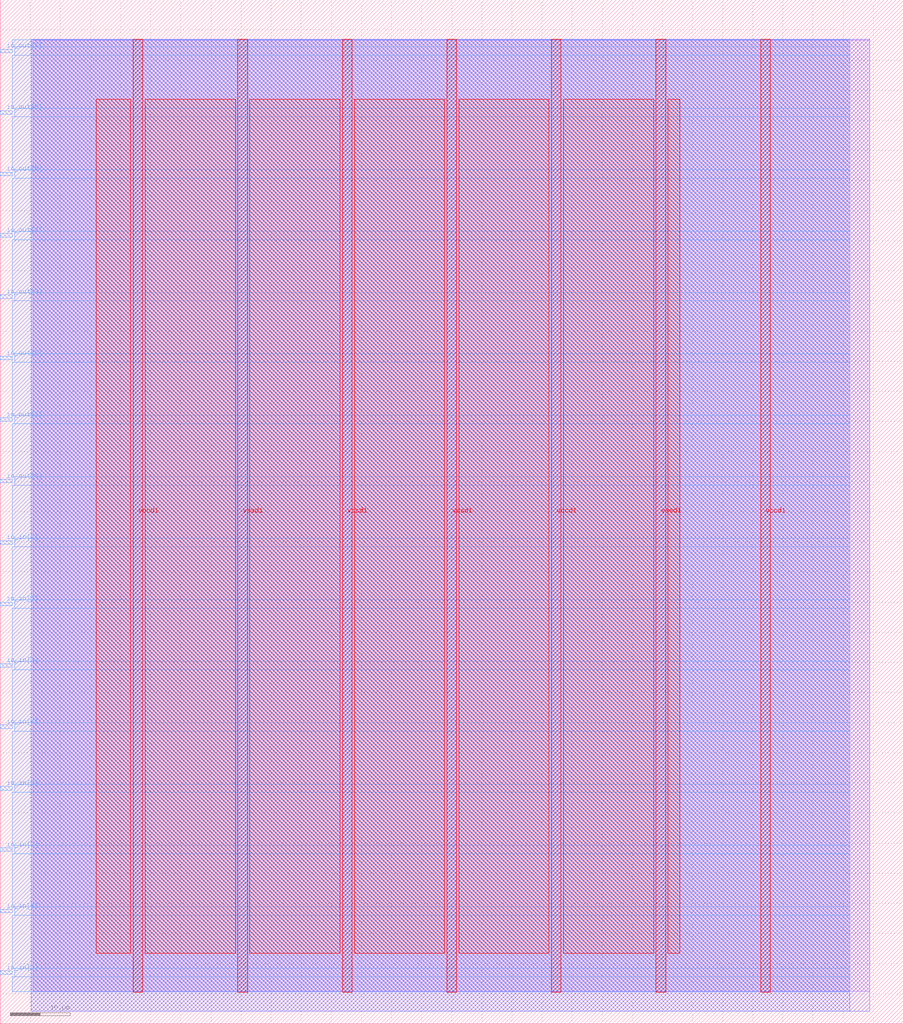
<source format=lef>
VERSION 5.7 ;
  NOWIREEXTENSIONATPIN ON ;
  DIVIDERCHAR "/" ;
  BUSBITCHARS "[]" ;
MACRO adamgreig_tt02_adc_dac
  CLASS BLOCK ;
  FOREIGN adamgreig_tt02_adc_dac ;
  ORIGIN 0.000 0.000 ;
  SIZE 150.000 BY 170.000 ;
  PIN io_in[0]
    DIRECTION INPUT ;
    USE SIGNAL ;
    PORT
      LAYER met3 ;
        RECT 0.000 8.200 2.000 8.800 ;
    END
  END io_in[0]
  PIN io_in[1]
    DIRECTION INPUT ;
    USE SIGNAL ;
    PORT
      LAYER met3 ;
        RECT 0.000 18.400 2.000 19.000 ;
    END
  END io_in[1]
  PIN io_in[2]
    DIRECTION INPUT ;
    USE SIGNAL ;
    PORT
      LAYER met3 ;
        RECT 0.000 28.600 2.000 29.200 ;
    END
  END io_in[2]
  PIN io_in[3]
    DIRECTION INPUT ;
    USE SIGNAL ;
    PORT
      LAYER met3 ;
        RECT 0.000 38.800 2.000 39.400 ;
    END
  END io_in[3]
  PIN io_in[4]
    DIRECTION INPUT ;
    USE SIGNAL ;
    PORT
      LAYER met3 ;
        RECT 0.000 49.000 2.000 49.600 ;
    END
  END io_in[4]
  PIN io_in[5]
    DIRECTION INPUT ;
    USE SIGNAL ;
    PORT
      LAYER met3 ;
        RECT 0.000 59.200 2.000 59.800 ;
    END
  END io_in[5]
  PIN io_in[6]
    DIRECTION INPUT ;
    USE SIGNAL ;
    PORT
      LAYER met3 ;
        RECT 0.000 69.400 2.000 70.000 ;
    END
  END io_in[6]
  PIN io_in[7]
    DIRECTION INPUT ;
    USE SIGNAL ;
    PORT
      LAYER met3 ;
        RECT 0.000 79.600 2.000 80.200 ;
    END
  END io_in[7]
  PIN io_out[0]
    DIRECTION OUTPUT TRISTATE ;
    USE SIGNAL ;
    PORT
      LAYER met3 ;
        RECT 0.000 89.800 2.000 90.400 ;
    END
  END io_out[0]
  PIN io_out[1]
    DIRECTION OUTPUT TRISTATE ;
    USE SIGNAL ;
    PORT
      LAYER met3 ;
        RECT 0.000 100.000 2.000 100.600 ;
    END
  END io_out[1]
  PIN io_out[2]
    DIRECTION OUTPUT TRISTATE ;
    USE SIGNAL ;
    PORT
      LAYER met3 ;
        RECT 0.000 110.200 2.000 110.800 ;
    END
  END io_out[2]
  PIN io_out[3]
    DIRECTION OUTPUT TRISTATE ;
    USE SIGNAL ;
    PORT
      LAYER met3 ;
        RECT 0.000 120.400 2.000 121.000 ;
    END
  END io_out[3]
  PIN io_out[4]
    DIRECTION OUTPUT TRISTATE ;
    USE SIGNAL ;
    PORT
      LAYER met3 ;
        RECT 0.000 130.600 2.000 131.200 ;
    END
  END io_out[4]
  PIN io_out[5]
    DIRECTION OUTPUT TRISTATE ;
    USE SIGNAL ;
    PORT
      LAYER met3 ;
        RECT 0.000 140.800 2.000 141.400 ;
    END
  END io_out[5]
  PIN io_out[6]
    DIRECTION OUTPUT TRISTATE ;
    USE SIGNAL ;
    PORT
      LAYER met3 ;
        RECT 0.000 151.000 2.000 151.600 ;
    END
  END io_out[6]
  PIN io_out[7]
    DIRECTION OUTPUT TRISTATE ;
    USE SIGNAL ;
    PORT
      LAYER met3 ;
        RECT 0.000 161.200 2.000 161.800 ;
    END
  END io_out[7]
  PIN vccd1
    DIRECTION INOUT ;
    USE POWER ;
    PORT
      LAYER met4 ;
        RECT 22.090 5.200 23.690 163.440 ;
    END
    PORT
      LAYER met4 ;
        RECT 56.830 5.200 58.430 163.440 ;
    END
    PORT
      LAYER met4 ;
        RECT 91.570 5.200 93.170 163.440 ;
    END
    PORT
      LAYER met4 ;
        RECT 126.310 5.200 127.910 163.440 ;
    END
  END vccd1
  PIN vssd1
    DIRECTION INOUT ;
    USE GROUND ;
    PORT
      LAYER met4 ;
        RECT 39.460 5.200 41.060 163.440 ;
    END
    PORT
      LAYER met4 ;
        RECT 74.200 5.200 75.800 163.440 ;
    END
    PORT
      LAYER met4 ;
        RECT 108.940 5.200 110.540 163.440 ;
    END
  END vssd1
  OBS
      LAYER li1 ;
        RECT 5.520 5.355 144.440 163.285 ;
      LAYER met1 ;
        RECT 5.130 2.080 144.440 163.440 ;
      LAYER met2 ;
        RECT 5.160 2.050 141.130 163.385 ;
      LAYER met3 ;
        RECT 2.000 162.200 141.155 163.365 ;
        RECT 2.400 160.800 141.155 162.200 ;
        RECT 2.000 152.000 141.155 160.800 ;
        RECT 2.400 150.600 141.155 152.000 ;
        RECT 2.000 141.800 141.155 150.600 ;
        RECT 2.400 140.400 141.155 141.800 ;
        RECT 2.000 131.600 141.155 140.400 ;
        RECT 2.400 130.200 141.155 131.600 ;
        RECT 2.000 121.400 141.155 130.200 ;
        RECT 2.400 120.000 141.155 121.400 ;
        RECT 2.000 111.200 141.155 120.000 ;
        RECT 2.400 109.800 141.155 111.200 ;
        RECT 2.000 101.000 141.155 109.800 ;
        RECT 2.400 99.600 141.155 101.000 ;
        RECT 2.000 90.800 141.155 99.600 ;
        RECT 2.400 89.400 141.155 90.800 ;
        RECT 2.000 80.600 141.155 89.400 ;
        RECT 2.400 79.200 141.155 80.600 ;
        RECT 2.000 70.400 141.155 79.200 ;
        RECT 2.400 69.000 141.155 70.400 ;
        RECT 2.000 60.200 141.155 69.000 ;
        RECT 2.400 58.800 141.155 60.200 ;
        RECT 2.000 50.000 141.155 58.800 ;
        RECT 2.400 48.600 141.155 50.000 ;
        RECT 2.000 39.800 141.155 48.600 ;
        RECT 2.400 38.400 141.155 39.800 ;
        RECT 2.000 29.600 141.155 38.400 ;
        RECT 2.400 28.200 141.155 29.600 ;
        RECT 2.000 19.400 141.155 28.200 ;
        RECT 2.400 18.000 141.155 19.400 ;
        RECT 2.000 9.200 141.155 18.000 ;
        RECT 2.400 7.800 141.155 9.200 ;
        RECT 2.000 5.275 141.155 7.800 ;
      LAYER met4 ;
        RECT 15.935 11.735 21.690 153.505 ;
        RECT 24.090 11.735 39.060 153.505 ;
        RECT 41.460 11.735 56.430 153.505 ;
        RECT 58.830 11.735 73.800 153.505 ;
        RECT 76.200 11.735 91.170 153.505 ;
        RECT 93.570 11.735 108.540 153.505 ;
        RECT 110.940 11.735 112.865 153.505 ;
  END
END adamgreig_tt02_adc_dac
END LIBRARY


</source>
